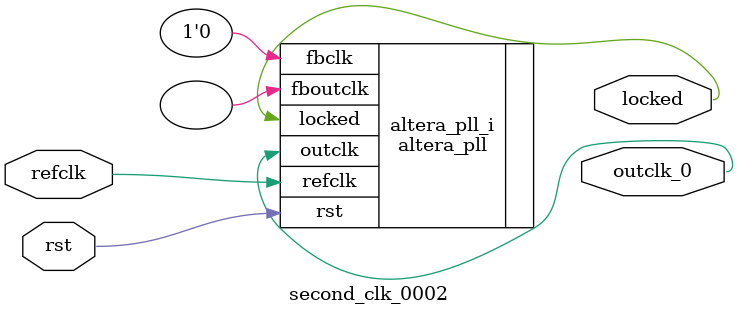
<source format=v>
`timescale 1ns/10ps
module  second_clk_0002(

	// interface 'refclk'
	input wire refclk,

	// interface 'reset'
	input wire rst,

	// interface 'outclk0'
	output wire outclk_0,

	// interface 'locked'
	output wire locked
);

	altera_pll #(
		.fractional_vco_multiplier("false"),
		.reference_clock_frequency("50.0 MHz"),
		.operation_mode("direct"),
		.number_of_clocks(1),
		.output_clock_frequency0("2.000000 MHz"),
		.phase_shift0("0 ps"),
		.duty_cycle0(50),
		.output_clock_frequency1("0 MHz"),
		.phase_shift1("0 ps"),
		.duty_cycle1(50),
		.output_clock_frequency2("0 MHz"),
		.phase_shift2("0 ps"),
		.duty_cycle2(50),
		.output_clock_frequency3("0 MHz"),
		.phase_shift3("0 ps"),
		.duty_cycle3(50),
		.output_clock_frequency4("0 MHz"),
		.phase_shift4("0 ps"),
		.duty_cycle4(50),
		.output_clock_frequency5("0 MHz"),
		.phase_shift5("0 ps"),
		.duty_cycle5(50),
		.output_clock_frequency6("0 MHz"),
		.phase_shift6("0 ps"),
		.duty_cycle6(50),
		.output_clock_frequency7("0 MHz"),
		.phase_shift7("0 ps"),
		.duty_cycle7(50),
		.output_clock_frequency8("0 MHz"),
		.phase_shift8("0 ps"),
		.duty_cycle8(50),
		.output_clock_frequency9("0 MHz"),
		.phase_shift9("0 ps"),
		.duty_cycle9(50),
		.output_clock_frequency10("0 MHz"),
		.phase_shift10("0 ps"),
		.duty_cycle10(50),
		.output_clock_frequency11("0 MHz"),
		.phase_shift11("0 ps"),
		.duty_cycle11(50),
		.output_clock_frequency12("0 MHz"),
		.phase_shift12("0 ps"),
		.duty_cycle12(50),
		.output_clock_frequency13("0 MHz"),
		.phase_shift13("0 ps"),
		.duty_cycle13(50),
		.output_clock_frequency14("0 MHz"),
		.phase_shift14("0 ps"),
		.duty_cycle14(50),
		.output_clock_frequency15("0 MHz"),
		.phase_shift15("0 ps"),
		.duty_cycle15(50),
		.output_clock_frequency16("0 MHz"),
		.phase_shift16("0 ps"),
		.duty_cycle16(50),
		.output_clock_frequency17("0 MHz"),
		.phase_shift17("0 ps"),
		.duty_cycle17(50),
		.pll_type("General"),
		.pll_subtype("General")
	) altera_pll_i (
		.rst	(rst),
		.outclk	({outclk_0}),
		.locked	(locked),
		.fboutclk	( ),
		.fbclk	(1'b0),
		.refclk	(refclk)
	);
endmodule


</source>
